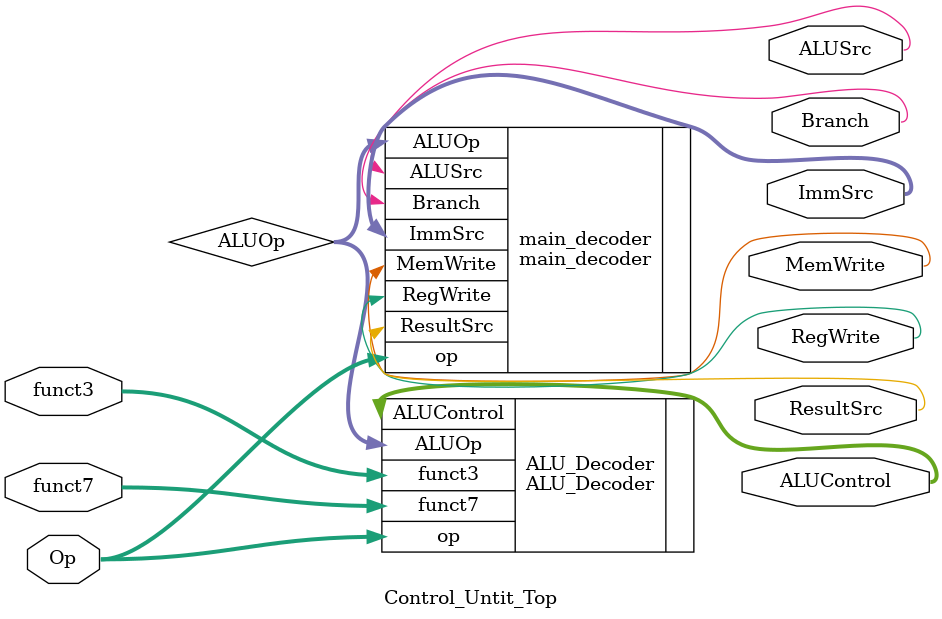
<source format=v>
`include "Alu_decoder.v"
`include "Main_decoder.v"

module Control_Untit_Top(Op,RegWrite,ImmSrc,ALUSrc,MemWrite,ResultSrc,Branch,funct3,funct7,ALUControl);

input [6:0] Op , funct7;
input [2:0] funct3;
output [1:0] ImmSrc;
output RegWrite,ALUSrc,MemWrite,ResultSrc,Branch;
output [2:0] ALUControl;

wire [1:0] ALUOp;

main_decoder main_decoder (.op(Op),
                           .RegWrite(RegWrite),
                           .MemWrite(MemWrite),
                           .ResultSrc(ResultSrc),
                           .ALUSrc(ALUSrc),
                           .ImmSrc(ImmSrc),
                           .ALUOp(ALUOp),
                           .Branch(Branch));
ALU_Decoder ALU_Decoder(.ALUOp(ALUOp),
                        .funct3(funct3),
                        .funct7(funct7),
                        .op(Op),
                        .ALUControl(ALUControl));                           

endmodule
</source>
